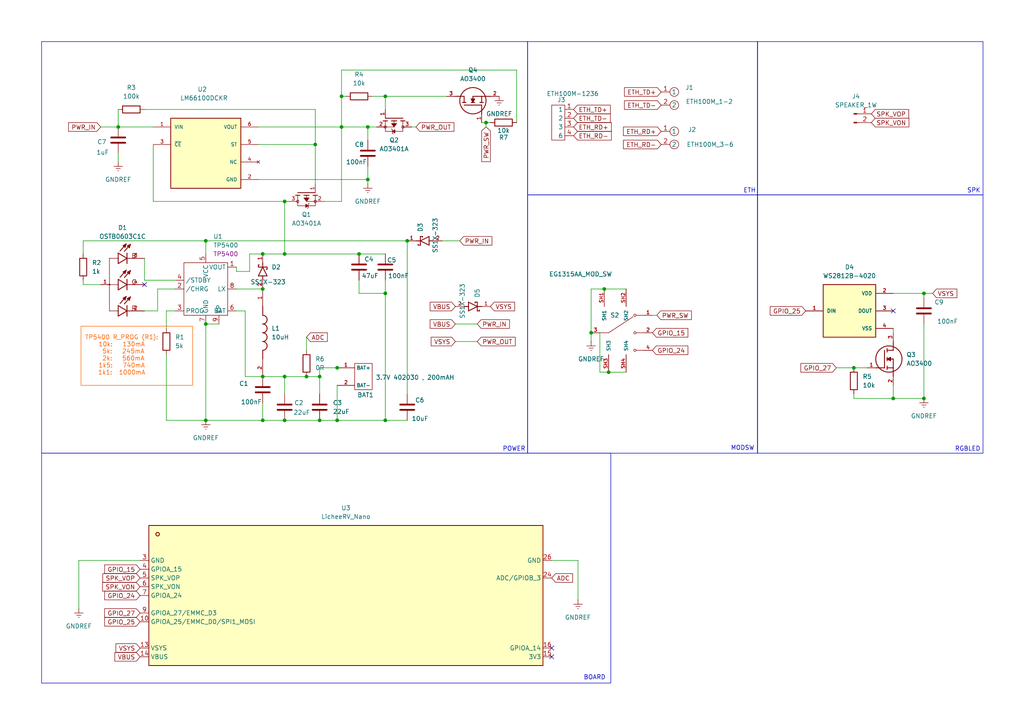
<source format=kicad_sch>
(kicad_sch (version 20250114) (generator "eeschema") (generator_version "9.0")
  (paper "A4")
  (title_block (title "Lichee-Jack EXT. Board") (date "2025-11-07") (rev "1.2") (company "KaliAssistant"))
  (lib_symbols
    (symbol "AO3400:AO3400" (pin_names (offset 1.016))
      (property "Reference" "Q" (at 11.43 3.81 0))
      (property "Value" "AO3400" (at 11.43 1.27 0))
      (symbol "AO3400_0_0"
        (polyline (pts (xy 2.54 0) (xy 5.08 0)) (stroke (width 0.254)))
        (polyline (pts (xy 5.08 5.08) (xy 5.08 0)) (stroke (width 0.254)))
        (polyline (pts (xy 5.842 5.588) (xy 5.842 4.572)) (stroke (width 0.254)))
        (polyline (pts (xy 5.842 2.54) (xy 6.858 3.048) (xy 6.858 2.032) (xy 5.842 2.54)) (stroke (width 0.254)) (fill (type outline)))
        (polyline (pts (xy 5.842 2.032) (xy 5.842 3.048)) (stroke (width 0.254)))
        (polyline (pts (xy 5.842 0) (xy 7.62 0)) (stroke (width 0.254)))
        (polyline (pts (xy 5.842 -0.508) (xy 5.842 0.508)) (stroke (width 0.254)))
        (circle (center 6.35 2.54) (radius 3.81) (stroke (width 0.254)))
        (polyline (pts (xy 7.62 5.08) (xy 5.842 5.08)) (stroke (width 0.254)))
        (polyline (pts (xy 7.62 5.08) (xy 7.62 7.62)) (stroke (width 0.254)))
        (polyline (pts (xy 7.62 2.54) (xy 5.842 2.54)) (stroke (width 0.254)))
        (polyline (pts (xy 7.62 2.54) (xy 7.62 -2.54)) (stroke (width 0.254)))
        (pin bidirectional line (at 0 0 0) (length 2.54) (name "~") (number "1"))
        (pin bidirectional line (at 7.62 10.16 270) (length 2.54) (name "~") (number "3"))
        (pin bidirectional line (at 7.62 -5.08 90) (length 2.54) (name "~") (number "2"))
      )
    )
    (symbol "AO3401A:AO3401A" (pin_names (offset 1.016))
      (property "Reference" "Q" (at -13.97 -1.27 0))
      (property "Value" "AO3401A" (at -13.97 -3.81 0))
      (symbol "AO3401A_0_0"
        (polyline (pts (xy -2.54 -2.54) (xy -2.54 2.54)) (stroke (width 0.254)))
        (polyline (pts (xy -1.778 2.54) (xy -1.778 3.175)) (stroke (width 0.254)))
        (polyline (pts (xy -1.778 1.905) (xy -1.778 2.54)) (stroke (width 0.254)))
        (polyline (pts (xy -1.778 0) (xy -1.778 0.762)) (stroke (width 0.254)))
        (polyline (pts (xy -1.778 0) (xy 0 0)) (stroke (width 0.1524)))
        (polyline (pts (xy -1.778 -0.762) (xy -1.778 0)) (stroke (width 0.254)))
        (polyline (pts (xy -1.778 -2.54) (xy -1.778 -1.905)) (stroke (width 0.254)))
        (polyline (pts (xy -1.778 -2.54) (xy 1.27 -2.54)) (stroke (width 0.1524)))
        (polyline (pts (xy -1.778 -3.175) (xy -1.778 -2.54)) (stroke (width 0.254)))
        (circle (center 0 2.54) (radius 0.3592))
        (polyline (pts (xy 0 2.54) (xy -1.778 2.54)) (stroke (width 0.1524)))
        (polyline (pts (xy 0 2.54) (xy 1.27 2.54)) (stroke (width 0.1524)))
        (polyline (pts (xy 0 0) (xy 0 2.54)) (stroke (width 0.1524)))
        (polyline (pts (xy 0 0) (xy -1.016 0.762) (xy -1.016 -0.762) (xy 0 0)) (stroke (width 0.1524)) (fill (type outline)))
        (circle (center 0 -2.54) (radius 0.3592))
        (polyline (pts (xy 0.508 0.762) (xy 0.762 0.508)) (stroke (width 0.1524)))
        (polyline (pts (xy 0.762 0.508) (xy 1.27 0.508)) (stroke (width 0.1524)))
        (polyline (pts (xy 1.27 0.508) (xy 1.27 2.54)) (stroke (width 0.1524)))
        (polyline (pts (xy 1.27 0.508) (xy 1.778 0.508)) (stroke (width 0.1524)))
        (polyline (pts (xy 1.27 0.508) (xy 1.778 -0.254) (xy 0.762 -0.254) (xy 1.27 0.508)) (stroke (width 0.1524)) (fill (type outline)))
        (polyline (pts (xy 1.27 -2.54) (xy 1.27 0.508)) (stroke (width 0.1524)))
        (polyline (pts (xy 1.778 0.508) (xy 2.032 0.254)) (stroke (width 0.1524)))
        (pin passive line (at -5.08 2.54 0) (length 2.54) (name "~") (number "1"))
        (pin passive line (at 0 5.08 270) (length 2.54) (name "~") (number "2"))
        (pin passive line (at 0 -5.08 90) (length 2.54) (name "~") (number "3"))
      )
    )
    (symbol "ASPI-4030S-XXXM-T:ASPI-4030S-4R7M-T" (pin_names (offset 1.016))
      (property "Reference" "L" (at -10.16 5.08 0))
      (property "Value" "ASPI-4030S-4R7M-T" (at -10.16 -5.08 0))
      (symbol "ASPI-4030S-4R7M-T_0_0"
        (polyline (pts (xy -5.08 0) (xy -7.62 0)) (stroke (width 0.254)))
        (arc (start -5.08 0) (mid -3.81 1.2645) (end -2.54 0) (stroke (width 0.254)))
        (arc (start -2.54 0) (mid -1.27 1.2645) (end 0 0) (stroke (width 0.254)))
        (arc (start 0 0) (mid 1.27 1.2645) (end 2.54 0) (stroke (width 0.254)))
        (arc (start 2.54 0) (mid 3.81 1.2645) (end 5.08 0) (stroke (width 0.254)))
        (polyline (pts (xy 5.08 0) (xy 7.62 0)) (stroke (width 0.254)))
        (pin passive line (at -12.7 0 0) (length 5.08) (name "~") (number "1"))
        (pin passive line (at 12.7 0 180) (length 5.08) (name "~") (number "2"))
      )
    )
    (symbol "BAT_CONN:BAT_CONN"
      (property "Reference" "BAT" (at -0.254 7.366 0))
      (symbol "BAT_CONN_0_1"
        (rectangle (start -2.54 3.81) (end 2.54 -3.81))
      )
      (symbol "BAT_CONN_1_0"
        (pin power_in line (at -7.62 2.54 0) (length 5.08) (name "BAT+") (number "1"))
        (pin power_in line (at -7.62 -2.54 0) (length 5.08) (name "BAT-") (number "2"))
      )
    )
    (symbol "Connector:Conn_01x02_Pin" (pin_names (offset 1.016) (hide yes))
      (property "Reference" "J" (at 0 2.54 0))
      (property "Value" "Conn_01x02_Pin" (at 0 -5.08 0))
      (symbol "Conn_01x02_Pin_1_1"
        (rectangle (start 0.8636 0.127) (end 0 -0.127) (stroke (width 0.1524)) (fill (type outline)))
        (rectangle (start 0.8636 -2.413) (end 0 -2.667) (stroke (width 0.1524)) (fill (type outline)))
        (polyline (pts (xy 1.27 0) (xy 0.8636 0)) (stroke (width 0.1524)))
        (polyline (pts (xy 1.27 -2.54) (xy 0.8636 -2.54)) (stroke (width 0.1524)))
        (pin passive line (at 5.08 0 180) (length 3.81) (name "Pin_1") (number "1"))
        (pin passive line (at 5.08 -2.54 180) (length 3.81) (name "Pin_2") (number "2"))
      )
    )
    (symbol "Device:C" (pin_numbers (hide yes)) (pin_names (offset 0.254))
      (property "Reference" "C" (at 0.635 2.54 0))
      (property "Value" "C" (at 0.635 -2.54 0))
      (symbol "C_0_1"
        (polyline (pts (xy -2.032 0.762) (xy 2.032 0.762)) (stroke (width 0.508)))
        (polyline (pts (xy -2.032 -0.762) (xy 2.032 -0.762)) (stroke (width 0.508)))
      )
      (symbol "C_1_1"
        (pin passive line (at 0 3.81 270) (length 2.794) (name "~") (number "1"))
        (pin passive line (at 0 -3.81 90) (length 2.794) (name "~") (number "2"))
      )
    )
    (symbol "Device:R" (pin_numbers (hide yes)) (pin_names (offset 0))
      (property "Reference" "R" (at 2.032 0 90))
      (property "Value" "R" (at 0 0 90))
      (symbol "R_0_1"
        (rectangle (start -1.016 -2.54) (end 1.016 2.54) (stroke (width 0.254)))
      )
      (symbol "R_1_1"
        (pin passive line (at 0 3.81 270) (length 1.27) (name "~") (number "1"))
        (pin passive line (at 0 -3.81 90) (length 1.27) (name "~") (number "2"))
      )
    )
    (symbol "EG1315AA:EG1315AA" (pin_names (offset 1.016))
      (property "Reference" "S" (at -14.986 10.414 0))
      (property "Value" "EG1315AA" (at -19.812 8.89 0))
      (symbol "EG1315AA_0_0"
        (polyline (pts (xy -5.08 0) (xy -7.62 0)) (stroke (width 0.1524)))
        (polyline (pts (xy -5.08 0) (xy 2.032 4.6736)) (stroke (width 0.1524)))
        (circle (center 2.54 5.08) (radius 0.3302) (stroke (width 0.1524)))
        (circle (center 2.54 0) (radius 0.3302) (stroke (width 0.1524)))
        (circle (center 2.54 -5.08) (radius 0.3302) (stroke (width 0.1524)))
        (polyline (pts (xy 5.08 5.08) (xy 2.921 5.08)) (stroke (width 0.1524)))
        (polyline (pts (xy 5.08 0) (xy 2.921 0)) (stroke (width 0.1524)))
        (polyline (pts (xy 5.08 -5.08) (xy 2.921 -5.08)) (stroke (width 0.1524)))
        (pin passive line (at -10.16 0 0) (length 2.54) (name "~") (number "3"))
        (pin passive line (at 7.62 5.08 180) (length 2.54) (name "~") (number "1"))
        (pin passive line (at 7.62 0 180) (length 2.54) (name "~") (number "2"))
        (pin passive line (at 7.62 -5.08 180) (length 2.54) (name "~") (number "4"))
      )
      (symbol "EG1315AA_1_0"
        (pin passive line (at -6.35 12.7 270) (length 5.08) (name "SH1") (number "SH1"))
        (pin passive line (at -5.08 -11.43 90) (length 5.08) (name "SH3") (number "SH3"))
        (pin passive line (at 0 12.7 270) (length 5.08) (name "SH2") (number "SH2"))
        (pin passive line (at 0 -11.43 90) (length 5.08) (name "SH4") (number "SH4"))
      )
    )
    (symbol "ETHPAD:ETHCON"
      (property "Reference" "J" (at 0 0 0))
      (symbol "ETHCON_0_1"
        (rectangle (start -1.27 -1.27) (end 2.54 -11.43))
      )
      (symbol "ETHCON_1_1"
        (pin passive line (at 5.08 -2.54 180) (length 2.54) (name "1") (number "1"))
        (pin passive line (at 5.08 -5.08 180) (length 2.54) (name "2") (number "2"))
        (pin passive line (at 5.08 -7.62 180) (length 2.54) (name "3") (number "3"))
        (pin passive line (at 5.08 -10.16 180) (length 2.54) (name "6") (number "4"))
      )
    )
    (symbol "ETHPAD:ETHPAD"
      (property "Reference" "J" (at 0 0 0))
      (symbol "ETHPAD_0_1"
        (circle (center -1.27 -2.54) (radius 1.27))
        (circle (center -1.27 -6.35) (radius 1.27))
      )
      (symbol "ETHPAD_1_1"
        (pin passive line (at 2.54 -2.54 180) (length 2.54) (name "1") (number "1"))
        (pin passive line (at 2.54 -6.35 180) (length 2.54) (name "2") (number "2"))
      )
    )
    (symbol "LED_RGB_0603:OSTB0603C1C" (pin_names (offset 1.016))
      (property "Reference" "D" (at -3.0988 12.1158 0))
      (property "Value" "OSTB0603C1C" (at -3.556 -10.922 0))
      (symbol "OSTB0603C1C_0_0"
        (polyline (pts (xy -5.08 7.62) (xy -5.08 -7.62)) (stroke (width 0.1524)))
        (circle (center -5.08 0) (radius 0.127) (stroke (width 0.254)))
        (polyline (pts (xy -2.54 9.144) (xy -2.54 7.62)) (stroke (width 0.254)))
        (polyline (pts (xy -2.54 7.62) (xy -5.08 7.62)) (stroke (width 0.1524)))
        (polyline (pts (xy -2.54 7.62) (xy -2.54 6.096)) (stroke (width 0.254)))
        (polyline (pts (xy -2.54 6.096) (xy 0 7.62)) (stroke (width 0.254)))
        (polyline (pts (xy -2.54 1.524) (xy -2.54 0)) (stroke (width 0.254)))
        (polyline (pts (xy -2.54 0) (xy -5.08 0)) (stroke (width 0.1524)))
        (polyline (pts (xy -2.54 0) (xy -2.54 -1.524)) (stroke (width 0.254)))
        (polyline (pts (xy -2.54 -1.524) (xy 0 0)) (stroke (width 0.254)))
        (polyline (pts (xy -2.54 -6.096) (xy -2.54 -7.62)) (stroke (width 0.254)))
        (polyline (pts (xy -2.54 -7.62) (xy -5.08 -7.62)) (stroke (width 0.1524)))
        (polyline (pts (xy -2.54 -7.62) (xy -2.54 -9.144)) (stroke (width 0.254)))
        (polyline (pts (xy -2.54 -9.144) (xy 0 -7.62)) (stroke (width 0.254)))
        (polyline (pts (xy -1.1176 11.303) (xy -0.2286 11.7856)) (stroke (width 0.254)))
        (polyline (pts (xy -1.1176 3.683) (xy -0.2286 4.1656)) (stroke (width 0.254)))
        (polyline (pts (xy -1.1176 -3.937) (xy -0.2286 -3.4544)) (stroke (width 0.254)))
        (polyline (pts (xy -0.9398 11.2268) (xy -0.7112 11.3792)) (stroke (width 0.254)))
        (polyline (pts (xy -0.9398 3.6068) (xy -0.7112 3.7592)) (stroke (width 0.254)))
        (polyline (pts (xy -0.9398 -4.0132) (xy -0.7112 -3.8608)) (stroke (width 0.254)))
        (polyline (pts (xy -0.5588 10.8204) (xy -1.1176 11.303)) (stroke (width 0.254)))
        (polyline (pts (xy -0.5588 10.8204) (xy -0.5334 11.557)) (stroke (width 0.254)))
        (polyline (pts (xy -0.5588 3.2004) (xy -1.1176 3.683)) (stroke (width 0.254)))
        (polyline (pts (xy -0.5588 3.2004) (xy -0.5334 3.937)) (stroke (width 0.254)))
        (polyline (pts (xy -0.5588 -4.4196) (xy -1.1176 -3.937)) (stroke (width 0.254)))
        (polyline (pts (xy -0.5588 -4.4196) (xy -0.5334 -3.683)) (stroke (width 0.254)))
        (polyline (pts (xy -0.5334 11.557) (xy -0.6604 11.557)) (stroke (width 0.254)))
        (polyline (pts (xy -0.5334 3.937) (xy -0.6604 3.937)) (stroke (width 0.254)))
        (polyline (pts (xy -0.5334 -3.683) (xy -0.6604 -3.683)) (stroke (width 0.254)))
        (polyline (pts (xy -0.2286 11.7856) (xy -2.0066 9.7536)) (stroke (width 0.254)))
        (polyline (pts (xy -0.2286 11.7856) (xy -0.5588 10.8204)) (stroke (width 0.254)))
        (polyline (pts (xy -0.2286 4.1656) (xy -2.0066 2.1336)) (stroke (width 0.254)))
        (polyline (pts (xy -0.2286 4.1656) (xy -0.5588 3.2004)) (stroke (width 0.254)))
        (polyline (pts (xy -0.2286 -3.4544) (xy -2.0066 -5.4864)) (stroke (width 0.254)))
        (polyline (pts (xy -0.2286 -3.4544) (xy -0.5588 -4.4196)) (stroke (width 0.254)))
        (polyline (pts (xy 0 9.144) (xy 0 6.096)) (stroke (width 0.254)))
        (polyline (pts (xy 0 7.62) (xy -2.54 9.144)) (stroke (width 0.254)))
        (polyline (pts (xy 0 1.524) (xy 0 -1.524)) (stroke (width 0.254)))
        (polyline (pts (xy 0 0) (xy -2.54 1.524)) (stroke (width 0.254)))
        (polyline (pts (xy 0 -6.096) (xy 0 -9.144)) (stroke (width 0.254)))
        (polyline (pts (xy 0 -7.62) (xy -2.54 -6.096)) (stroke (width 0.254)))
        (polyline (pts (xy 0.127 11.2014) (xy 1.016 11.684)) (stroke (width 0.254)))
        (polyline (pts (xy 0.127 3.5814) (xy 1.016 4.064)) (stroke (width 0.254)))
        (polyline (pts (xy 0.127 -4.0386) (xy 1.016 -3.556)) (stroke (width 0.254)))
        (polyline (pts (xy 0.3048 11.1252) (xy 0.5334 11.2776)) (stroke (width 0.254)))
        (polyline (pts (xy 0.3048 3.5052) (xy 0.5334 3.6576)) (stroke (width 0.254)))
        (polyline (pts (xy 0.3048 -4.1148) (xy 0.5334 -3.9624)) (stroke (width 0.254)))
        (polyline (pts (xy 0.6858 10.7188) (xy 0.127 11.2014)) (stroke (width 0.254)))
        (polyline (pts (xy 0.6858 10.7188) (xy 0.7112 11.4554)) (stroke (width 0.254)))
        (polyline (pts (xy 0.6858 3.0988) (xy 0.127 3.5814)) (stroke (width 0.254)))
        (polyline (pts (xy 0.6858 3.0988) (xy 0.7112 3.8354)) (stroke (width 0.254)))
        (polyline (pts (xy 0.6858 -4.5212) (xy 0.127 -4.0386)) (stroke (width 0.254)))
        (polyline (pts (xy 0.6858 -4.5212) (xy 0.7112 -3.7846)) (stroke (width 0.254)))
        (polyline (pts (xy 0.7112 11.4554) (xy 0.5842 11.4554)) (stroke (width 0.254)))
        (polyline (pts (xy 0.7112 3.8354) (xy 0.5842 3.8354)) (stroke (width 0.254)))
        (polyline (pts (xy 0.7112 -3.7846) (xy 0.5842 -3.7846)) (stroke (width 0.254)))
        (polyline (pts (xy 1.016 11.684) (xy -0.762 9.652)) (stroke (width 0.254)))
        (polyline (pts (xy 1.016 11.684) (xy 0.6858 10.7188)) (stroke (width 0.254)))
        (polyline (pts (xy 1.016 4.064) (xy -0.762 2.032)) (stroke (width 0.254)))
        (polyline (pts (xy 1.016 4.064) (xy 0.6858 3.0988)) (stroke (width 0.254)))
        (polyline (pts (xy 1.016 -3.556) (xy -0.762 -5.588)) (stroke (width 0.254)))
        (polyline (pts (xy 1.016 -3.556) (xy 0.6858 -4.5212)) (stroke (width 0.254)))
        (text "B" (at 1.27 7.62 0) (effects (font (size 1.27 1.27)) (justify left bottom)))
        (text "G" (at 1.27 0 0) (effects (font (size 1.27 1.27)) (justify left bottom)))
        (text "R" (at 1.27 -7.62 0) (effects (font (size 1.27 1.27)) (justify left bottom)))
        (pin passive line (at -7.62 0 0) (length 2.54) (name "~") (number "1"))
        (pin passive line (at 5.08 7.62 180) (length 5.08) (name "~") (number "3"))
        (pin passive line (at 5.08 0 180) (length 5.08) (name "~") (number "4"))
        (pin passive line (at 5.08 -7.62 180) (length 5.08) (name "~") (number "2"))
      )
    )
    (symbol "LM66100DCKX:LM66100DCKR" (pin_names (offset 1.016))
      (property "Reference" "U" (at -10.16 10.922 0))
      (property "Value" "LM66100DCKR" (at -10.16 -10.922 0))
      (symbol "LM66100DCKR_0_0"
        (rectangle (start -10.16 -10.16) (end 10.16 10.16) (stroke (width 0.254)) (fill (type background)))
        (pin input line (at -15.24 7.62 0) (length 5.08) (name "VIN") (number "1"))
        (pin input line (at -15.24 2.54 0) (length 5.08) (name "~{CE}") (number "3"))
        (pin output line (at 15.24 7.62 180) (length 5.08) (name "VOUT") (number "6"))
        (pin output line (at 15.24 2.54 180) (length 5.08) (name "ST") (number "5"))
        (pin no_connect line (at 15.24 -2.54 180) (length 5.08) (name "NC") (number "4"))
        (pin power_in line (at 15.24 -7.62 180) (length 5.08) (name "GND") (number "2"))
      )
    )
    (symbol "LicheeRV-NANO_MD:LicheeRV_Nano"
      (property "Reference" "U3" (at 62.23 10.16 0))
      (property "Value" "LicheeRV_Nano" (at 62.23 7.62 0))
      (symbol "LicheeRV_Nano_1_0"
        (rectangle (start 5.08 5.08) (end 119.38 -35.56) (stroke (width 0.254)) (fill (type background)))
        (circle (center 7.62 2.54) (radius 0.508) (stroke (width 0.254)))
        (pin passive line (at 2.54 -5.08 0) (length 2.54) (name "GND") (number "3"))
        (pin passive line (at 2.54 -20.32 0) (length 2.54) (name "GPIOA_27/EMMC_D3") (number "9"))
        (pin passive line (at 2.54 -22.86 0) (length 2.54) (name "GPIOA_25/EMMC_D0/SPI1_MOSI") (number "10"))
        (pin passive line (at 2.54 -30.48 0) (length 2.54) (name "VSYS") (number "13"))
        (pin passive line (at 2.54 -33.02 0) (length 2.54) (name "VBUS") (number "14"))
        (pin passive line (at 121.92 -5.08 180) (length 2.54) (name "GND") (number "26"))
        (pin passive line (at 121.92 -10.16 180) (length 2.54) (name "ADC/GPIOB_3") (number "24"))
        (pin passive line (at 121.92 -30.48 180) (length 2.54) (name "GPIOA_14") (number "16"))
        (pin passive line (at 121.92 -33.02 180) (length 2.54) (name "3V3") (number "15"))
      )
      (symbol "LicheeRV_Nano_1_1"
        (pin passive line (at 2.54 -7.62 0) (length 2.54) (name "GPIOA_15") (number "4"))
        (pin passive line (at 2.54 -10.16 0) (length 2.54) (name "SPK_VOP") (number "5"))
        (pin passive line (at 2.54 -12.7 0) (length 2.54) (name "SPK_VON") (number "6"))
        (pin passive line (at 2.54 -15.24 0) (length 2.54) (name "GPIOA_24") (number "7"))
      )
    )
    (symbol "PMEG4010CEJ_115:PMEG4010CEJ_115" (pin_names (offset 1.016))
      (property "Reference" "D" (at -5.08 2.54 0))
      (property "Value" "PMEG4010CEJ_115" (at -5.08 -3.81 0))
      (symbol "PMEG4010CEJ_115_0_0"
        (polyline (pts (xy -2.54 0) (xy -1.27 0)) (stroke (width 0.254)))
        (polyline (pts (xy -1.27 1.27) (xy -1.27 0)) (stroke (width 0.254)))
        (polyline (pts (xy -1.27 0) (xy -1.27 -1.27)) (stroke (width 0.254)))
        (polyline (pts (xy -1.27 -1.27) (xy 1.27 0)) (stroke (width 0.254)))
        (polyline (pts (xy 0.635 -1.016) (xy 0.635 -1.27)) (stroke (width 0.254)))
        (polyline (pts (xy 1.27 1.27) (xy 1.27 0)) (stroke (width 0.254)))
        (polyline (pts (xy 1.27 0) (xy -1.27 1.27)) (stroke (width 0.254)))
        (polyline (pts (xy 1.27 0) (xy 1.27 -1.27)) (stroke (width 0.254)))
        (polyline (pts (xy 1.27 -1.27) (xy 0.635 -1.27)) (stroke (width 0.254)))
        (polyline (pts (xy 1.905 1.27) (xy 1.27 1.27)) (stroke (width 0.254)))
        (polyline (pts (xy 1.905 1.27) (xy 1.905 1.016)) (stroke (width 0.254)))
        (polyline (pts (xy 2.54 0) (xy 1.27 0)) (stroke (width 0.254)))
        (pin passive line (at -5.08 0 0) (length 2.54) (name "~") (number "2"))
        (pin passive line (at 5.08 0 180) (length 2.54) (name "~") (number "1"))
      )
    )
    (symbol "TP5400_2"
      (property "Reference" "U" (at -6.35 2.54 0))
      (property "Description" "TP5400" (at 6.35 0 0))
      (symbol "TP5400_2_0_1"
        (rectangle (start -5.08 -1.27) (end 7.62 -16.51))
      )
      (symbol "TP5400_2_1_1"
        (pin output line (at -7.62 -6.35 0) (length 2.54) (name "/STDBY") (number "4"))
        (pin output line (at -7.62 -8.89 0) (length 2.54) (name "/CHRG") (number "2"))
        (pin input line (at -7.62 -15.24 0) (length 2.54) (name "PROG") (number "3"))
        (pin power_in line (at 1.27 1.27 270) (length 2.54) (name "VCC") (number "5"))
        (pin power_in line (at 1.27 -19.05 90) (length 2.54) (name "GND") (number "7"))
        (pin power_in line (at 5.08 -19.05 90) (length 2.54) (name "EP") (number "9"))
        (pin output line (at 10.16 -2.54 180) (length 2.54) (name "VOUT") (number "1"))
        (pin input line (at 10.16 -8.89 180) (length 2.54) (name "LX") (number "8"))
        (pin input line (at 10.16 -15.24 180) (length 2.54) (name "BAT") (number "6"))
      )
    )
    (symbol "WS2812B-4020:WS2812B-4020" (pin_names (offset 1.016))
      (property "Reference" "D" (at -7.62 8.128 0))
      (property "Value" "WS2812B-4020" (at -7.62 -10.16 0))
      (symbol "WS2812B-4020_0_0"
        (rectangle (start -7.62 -7.62) (end 7.62 7.62) (stroke (width 0.254)) (fill (type background)))
        (pin input line (at -12.7 0 0) (length 5.08) (name "DIN") (number "1"))
        (pin power_in line (at 12.7 5.08 180) (length 5.08) (name "VDD") (number "2"))
        (pin output line (at 12.7 0 180) (length 5.08) (name "DOUT") (number "3"))
        (pin power_in line (at 12.7 -5.08 180) (length 5.08) (name "VSS") (number "4"))
      )
    )
    (symbol "power:GNDREF" (power) (pin_numbers (hide yes)) (pin_names (offset 0) (hide yes))
      (property "Value" "GNDREF" (at 0 -3.81 0))
      (symbol "GNDREF_0_1"
        (polyline (pts (xy -0.635 -1.905) (xy 0.635 -1.905)))
        (polyline (pts (xy -0.127 -2.54) (xy 0.127 -2.54)))
        (polyline (pts (xy 0 -1.27) (xy 0 0)))
        (polyline (pts (xy 1.27 -1.27) (xy -1.27 -1.27)))
      )
      (symbol "GNDREF_1_1"
        (pin power_in line (at 0 0 270) (length 0) (name "~") (number "1"))
      )
    )
  )
  (rectangle (start 219.71 56.515) (end 285.115 131.445))
  (rectangle (start 12.065 131.445) (end 177.165 198.12))
  (rectangle (start 219.71 12.065) (end 285.115 56.515))
  (rectangle (start 153.035 12.065) (end 219.71 56.515))
  (rectangle (start 23.495 94.615) (end 55.88 111.76) (stroke (width 0) (color 255 96 0 1)))
  (rectangle (start 153.035 56.515) (end 219.71 131.445))
  (rectangle (start 12.065 12.065) (end 153.035 131.445))
  (text "ETH" (at 217.424 55.372 0) (effects (font (size 1.27 1.27))))
  (text "BOARD" (at 172.466 196.596 0) (effects (font (size 1.27 1.27))))
  (text "RGBLED" (at 280.67 130.302 0) (effects (font (size 1.27 1.27))))
  (text "MODSW" (at 215.392 130.048 0) (effects (font (size 1.27 1.27))))
  (text "SPK" (at 282.448 55.372 0) (effects (font (size 1.27 1.27))))
  (text "TP5400 R_PROG (R1):\n10k:   130mA\n 5k:   245mA\n 2k:   560mA\n1k5:   740mA\n1k1:  1000mA" (at 35.306 103.124 0) (effects (font (size 1.27 1.27))))
  (text "POWER" (at 149.098 130.302 0) (effects (font (size 1.27 1.27))))
  (junction (at 92.71 121.92))
  (junction (at 88.9 109.22))
  (junction (at 111.76 27.94))
  (junction (at 99.06 27.94))
  (junction (at 106.68 36.83))
  (junction (at 91.44 41.91))
  (junction (at 97.79 106.68))
  (junction (at 76.2 73.66))
  (junction (at 247.65 106.68))
  (junction (at 104.14 73.66))
  (junction (at 76.2 83.82))
  (junction (at 176.53 107.95))
  (junction (at 118.11 69.85))
  (junction (at 76.2 109.22))
  (junction (at 111.76 121.92))
  (junction (at 59.69 121.92))
  (junction (at 59.69 93.98))
  (junction (at 82.55 58.42))
  (junction (at 82.55 73.66))
  (junction (at 140.97 35.56))
  (junction (at 259.08 115.57))
  (junction (at 82.55 109.22))
  (junction (at 267.97 85.09))
  (junction (at 99.06 36.83))
  (junction (at 76.2 121.92))
  (junction (at 175.26 83.82))
  (junction (at 34.29 36.83))
  (junction (at 171.45 96.52))
  (junction (at 97.79 121.92))
  (junction (at 59.69 69.85))
  (junction (at 82.55 121.92))
  (junction (at 92.71 109.22))
  (junction (at 267.97 115.57))
  (junction (at 111.76 85.09))
  (junction (at 106.68 52.07))
  (no_connect (at 160.02 190.5))
  (no_connect (at 259.08 90.17))
  (no_connect (at 41.91 82.55))
  (no_connect (at 160.02 187.96))
  (wire (pts (xy 48.26 90.17) (xy 48.26 95.25)))
  (wire (pts (xy 97.79 111.76) (xy 97.79 121.92)))
  (wire (pts (xy 72.39 73.66) (xy 76.2 73.66)))
  (wire (pts (xy 45.72 83.82) (xy 50.8 83.82)))
  (wire (pts (xy 111.76 81.28) (xy 111.76 85.09)))
  (wire (pts (xy 171.45 83.82) (xy 171.45 96.52)))
  (wire (pts (xy 99.06 27.94) (xy 100.33 27.94)))
  (wire (pts (xy 34.29 31.75) (xy 34.29 36.83)))
  (wire (pts (xy 259.08 111.76) (xy 259.08 115.57)))
  (wire (pts (xy 71.12 90.17) (xy 71.12 109.22)))
  (wire (pts (xy 68.58 90.17) (xy 71.12 90.17)))
  (wire (pts (xy 267.97 85.09) (xy 267.97 86.36)))
  (wire (pts (xy 190.5 91.44) (xy 189.23 91.44)))
  (wire (pts (xy 247.65 114.3) (xy 247.65 115.57)))
  (wire (pts (xy 59.69 69.85) (xy 118.11 69.85)))
  (wire (pts (xy 91.44 41.91) (xy 91.44 53.34)))
  (wire (pts (xy 138.43 99.06) (xy 132.08 99.06)))
  (wire (pts (xy 41.91 31.75) (xy 91.44 31.75)))
  (wire (pts (xy 175.26 83.82) (xy 181.61 83.82)))
  (wire (pts (xy 140.97 36.83) (xy 140.97 35.56)))
  (wire (pts (xy 41.91 81.28) (xy 41.91 74.93)))
  (wire (pts (xy 76.2 73.66) (xy 82.55 73.66)))
  (wire (pts (xy 111.76 27.94) (xy 111.76 31.75)))
  (wire (pts (xy 59.69 93.98) (xy 63.5 93.98)))
  (wire (pts (xy 140.97 35.56) (xy 142.24 35.56)))
  (wire (pts (xy 139.7 35.56) (xy 140.97 35.56)))
  (wire (pts (xy 24.13 82.55) (xy 24.13 81.28)))
  (wire (pts (xy 106.68 52.07) (xy 106.68 53.34)))
  (wire (pts (xy 92.71 106.68) (xy 92.71 109.22)))
  (wire (pts (xy 259.08 95.25) (xy 259.08 96.52)))
  (wire (pts (xy 92.71 109.22) (xy 92.71 114.3)))
  (wire (pts (xy 34.29 44.45) (xy 34.29 46.99)))
  (wire (pts (xy 92.71 121.92) (xy 97.79 121.92)))
  (wire (pts (xy 22.86 176.53) (xy 22.86 162.56)))
  (wire (pts (xy 74.93 41.91) (xy 91.44 41.91)))
  (wire (pts (xy 41.91 90.17) (xy 45.72 90.17)))
  (wire (pts (xy 76.2 109.22) (xy 82.55 109.22)))
  (wire (pts (xy 99.06 58.42) (xy 93.98 58.42)))
  (wire (pts (xy 104.14 85.09) (xy 111.76 85.09)))
  (wire (pts (xy 97.79 106.68) (xy 99.06 106.68)))
  (wire (pts (xy 76.2 121.92) (xy 82.55 121.92)))
  (wire (pts (xy 92.71 106.68) (xy 97.79 106.68)))
  (wire (pts (xy 106.68 48.26) (xy 106.68 52.07)))
  (wire (pts (xy 59.69 93.98) (xy 59.69 121.92)))
  (wire (pts (xy 99.06 36.83) (xy 99.06 58.42)))
  (wire (pts (xy 99.06 20.32) (xy 149.86 20.32)))
  (wire (pts (xy 176.53 107.95) (xy 181.61 107.95)))
  (wire (pts (xy 111.76 85.09) (xy 111.76 121.92)))
  (wire (pts (xy 97.79 121.92) (xy 111.76 121.92)))
  (wire (pts (xy 111.76 27.94) (xy 107.95 27.94)))
  (wire (pts (xy 41.91 81.28) (xy 50.8 81.28)))
  (wire (pts (xy 44.45 41.91) (xy 44.45 58.42)))
  (wire (pts (xy 267.97 93.98) (xy 267.97 115.57)))
  (wire (pts (xy 44.45 58.42) (xy 82.55 58.42)))
  (wire (pts (xy 176.53 107.95) (xy 173.99 107.95)))
  (wire (pts (xy 76.2 116.84) (xy 76.2 121.92)))
  (wire (pts (xy 59.69 121.92) (xy 76.2 121.92)))
  (wire (pts (xy 68.58 78.74) (xy 72.39 78.74)))
  (wire (pts (xy 104.14 81.28) (xy 104.14 85.09)))
  (wire (pts (xy 118.11 69.85) (xy 118.11 114.3)))
  (wire (pts (xy 48.26 102.87) (xy 48.26 121.92)))
  (wire (pts (xy 24.13 69.85) (xy 59.69 69.85)))
  (wire (pts (xy 48.26 121.92) (xy 59.69 121.92)))
  (wire (pts (xy 82.55 109.22) (xy 88.9 109.22)))
  (wire (pts (xy 68.58 78.74) (xy 68.58 77.47)))
  (wire (pts (xy 71.12 109.22) (xy 76.2 109.22)))
  (wire (pts (xy 120.65 36.83) (xy 119.38 36.83)))
  (wire (pts (xy 259.08 85.09) (xy 267.97 85.09)))
  (wire (pts (xy 259.08 115.57) (xy 267.97 115.57)))
  (wire (pts (xy 99.06 36.83) (xy 106.68 36.83)))
  (wire (pts (xy 74.93 36.83) (xy 99.06 36.83)))
  (wire (pts (xy 149.86 20.32) (xy 149.86 35.56)))
  (wire (pts (xy 88.9 109.22) (xy 92.71 109.22)))
  (wire (pts (xy 99.06 20.32) (xy 99.06 27.94)))
  (wire (pts (xy 106.68 36.83) (xy 106.68 40.64)))
  (wire (pts (xy 267.97 85.09) (xy 270.51 85.09)))
  (wire (pts (xy 45.72 90.17) (xy 45.72 83.82)))
  (wire (pts (xy 22.86 162.56) (xy 40.64 162.56)))
  (wire (pts (xy 167.64 162.56) (xy 167.64 173.99)))
  (wire (pts (xy 59.69 69.85) (xy 59.69 73.66)))
  (wire (pts (xy 173.99 107.95) (xy 173.99 96.52)))
  (wire (pts (xy 160.02 162.56) (xy 167.64 162.56)))
  (wire (pts (xy 82.55 58.42) (xy 82.55 73.66)))
  (wire (pts (xy 29.21 36.83) (xy 34.29 36.83)))
  (wire (pts (xy 242.57 106.68) (xy 247.65 106.68)))
  (wire (pts (xy 104.14 73.66) (xy 111.76 73.66)))
  (wire (pts (xy 68.58 83.82) (xy 76.2 83.82)))
  (wire (pts (xy 29.21 82.55) (xy 24.13 82.55)))
  (wire (pts (xy 106.68 36.83) (xy 109.22 36.83)))
  (wire (pts (xy 82.55 109.22) (xy 82.55 114.3)))
  (wire (pts (xy 74.93 52.07) (xy 106.68 52.07)))
  (wire (pts (xy 91.44 31.75) (xy 91.44 41.91)))
  (wire (pts (xy 175.26 83.82) (xy 171.45 83.82)))
  (wire (pts (xy 82.55 121.92) (xy 92.71 121.92)))
  (wire (pts (xy 82.55 73.66) (xy 104.14 73.66)))
  (wire (pts (xy 171.45 96.52) (xy 171.45 99.06)))
  (wire (pts (xy 82.55 58.42) (xy 83.82 58.42)))
  (wire (pts (xy 247.65 115.57) (xy 259.08 115.57)))
  (wire (pts (xy 34.29 36.83) (xy 44.45 36.83)))
  (wire (pts (xy 247.65 106.68) (xy 251.46 106.68)))
  (wire (pts (xy 99.06 27.94) (xy 99.06 36.83)))
  (wire (pts (xy 48.26 90.17) (xy 50.8 90.17)))
  (wire (pts (xy 173.99 96.52) (xy 171.45 96.52)))
  (wire (pts (xy 88.9 97.79) (xy 88.9 101.6)))
  (wire (pts (xy 128.27 69.85) (xy 133.35 69.85)))
  (wire (pts (xy 138.43 93.98) (xy 132.08 93.98)))
  (wire (pts (xy 24.13 73.66) (xy 24.13 69.85)))
  (wire (pts (xy 111.76 121.92) (xy 118.11 121.92)))
  (wire (pts (xy 111.76 27.94) (xy 129.54 27.94)))
  (wire (pts (xy 72.39 78.74) (xy 72.39 73.66)))
  (global_label "SPK_VOP" (shape input) (at 40.64 167.64 180) (property "Intersheetrefs" "${INTERSHEET_REFS}" (effects (hide yes))))
  (global_label "PWR_IN" (shape input) (at 29.21 36.83 180) (property "Intersheetrefs" "${INTERSHEET_REFS}" (effects (hide yes))))
  (global_label "SPK_VON" (shape input) (at 40.64 170.18 180) (property "Intersheetrefs" "${INTERSHEET_REFS}" (effects (hide yes))))
  (global_label "ETH_TD-" (shape input) (at 191.77 30.48 180) (property "Intersheetrefs" "${INTERSHEET_REFS}" (effects (hide yes))))
  (global_label "ETH_RD-" (shape input) (at 166.37 39.37 0) (property "Intersheetrefs" "${INTERSHEET_REFS}" (effects (hide yes))))
  (global_label "ETH_RD+" (shape input) (at 166.37 36.83 0) (property "Intersheetrefs" "${INTERSHEET_REFS}" (effects (hide yes))))
  (global_label "SPK_VON" (shape input) (at 252.73 35.56 0) (property "Intersheetrefs" "${INTERSHEET_REFS}" (effects (hide yes))))
  (global_label "GPIO_25" (shape input) (at 40.64 180.34 180) (property "Intersheetrefs" "${INTERSHEET_REFS}" (effects (hide yes))))
  (global_label "ETH_RD+" (shape input) (at 191.77 38.1 180) (property "Intersheetrefs" "${INTERSHEET_REFS}" (effects (hide yes))))
  (global_label "GPIO_27" (shape input) (at 242.57 106.68 180) (property "Intersheetrefs" "${INTERSHEET_REFS}" (effects (hide yes))))
  (global_label "PWR_IN" (shape input) (at 133.35 69.85 0) (property "Intersheetrefs" "${INTERSHEET_REFS}" (effects (hide yes))))
  (global_label "ADC" (shape input) (at 88.9 97.79 0) (property "Intersheetrefs" "${INTERSHEET_REFS}" (effects (hide yes))))
  (global_label "VBUS" (shape input) (at 40.64 190.5 180) (property "Intersheetrefs" "${INTERSHEET_REFS}" (effects (hide yes))))
  (global_label "ETH_TD-" (shape input) (at 166.37 34.29 0) (property "Intersheetrefs" "${INTERSHEET_REFS}" (effects (hide yes))))
  (global_label "GPIO_24" (shape input) (at 40.64 172.72 180) (property "Intersheetrefs" "${INTERSHEET_REFS}" (effects (hide yes))))
  (global_label "GPIO_27" (shape input) (at 40.64 177.8 180) (property "Intersheetrefs" "${INTERSHEET_REFS}" (effects (hide yes))))
  (global_label "GPIO_25" (shape input) (at 233.68 90.17 180) (property "Intersheetrefs" "${INTERSHEET_REFS}" (effects (hide yes))))
  (global_label "GPIO_15" (shape input) (at 189.23 96.52 0) (property "Intersheetrefs" "${INTERSHEET_REFS}" (effects (hide yes))))
  (global_label "PWR_SW" (shape input) (at 190.5 91.44 0) (property "Intersheetrefs" "${INTERSHEET_REFS}" (effects (hide yes))))
  (global_label "PWR_OUT" (shape input) (at 138.43 99.06 0) (property "Intersheetrefs" "${INTERSHEET_REFS}" (effects (hide yes))))
  (global_label "ETH_TD+" (shape input) (at 191.77 26.67 180) (property "Intersheetrefs" "${INTERSHEET_REFS}" (effects (hide yes))))
  (global_label "PWR_OUT" (shape input) (at 120.65 36.83 0) (property "Intersheetrefs" "${INTERSHEET_REFS}" (effects (hide yes))))
  (global_label "PWR_SW" (shape input) (at 140.97 36.83 270) (property "Intersheetrefs" "${INTERSHEET_REFS}" (effects (hide yes))))
  (global_label "GPIO_24" (shape input) (at 189.23 101.6 0) (property "Intersheetrefs" "${INTERSHEET_REFS}" (effects (hide yes))))
  (global_label "SPK_VOP" (shape input) (at 252.73 33.02 0) (property "Intersheetrefs" "${INTERSHEET_REFS}" (effects (hide yes))))
  (global_label "VSYS" (shape input) (at 132.08 99.06 180) (property "Intersheetrefs" "${INTERSHEET_REFS}" (effects (hide yes))))
  (global_label "VSYS" (shape input) (at 142.24 88.9 0) (property "Intersheetrefs" "${INTERSHEET_REFS}" (effects (hide yes))))
  (global_label "GPIO_15" (shape input) (at 40.64 165.1 180) (property "Intersheetrefs" "${INTERSHEET_REFS}" (effects (hide yes))))
  (global_label "ETH_RD-" (shape input) (at 191.77 41.91 180) (property "Intersheetrefs" "${INTERSHEET_REFS}" (effects (hide yes))))
  (global_label "VBUS" (shape input) (at 132.08 93.98 180) (property "Intersheetrefs" "${INTERSHEET_REFS}" (effects (hide yes))))
  (global_label "PWR_IN" (shape input) (at 138.43 93.98 0) (property "Intersheetrefs" "${INTERSHEET_REFS}" (effects (hide yes))))
  (global_label "VSYS" (shape input) (at 40.64 187.96 180) (property "Intersheetrefs" "${INTERSHEET_REFS}" (effects (hide yes))))
  (global_label "ADC" (shape input) (at 160.02 167.64 0) (property "Intersheetrefs" "${INTERSHEET_REFS}" (effects (hide yes))))
  (global_label "ETH_TD+" (shape input) (at 166.37 31.75 0) (property "Intersheetrefs" "${INTERSHEET_REFS}" (effects (hide yes))))
  (global_label "VBUS" (shape input) (at 132.08 88.9 180) (property "Intersheetrefs" "${INTERSHEET_REFS}" (effects (hide yes))))
  (global_label "VSYS" (shape input) (at 270.51 85.09 0) (property "Intersheetrefs" "${INTERSHEET_REFS}" (effects (hide yes))))
  (symbol (lib_id "AO3400:AO3400") (at 139.7 35.56 90) (unit 1)
    (property "Reference" "Q4" (at 137.16 20.32 90))
    (property "Value" "AO3400" (at 137.16 22.86 90))
    (property "Footprint" "AO3400:SOT95P280X125-3N" (effects (hide yes)))
    (property "MANUFACTURER_NAME" "Alpha & Omega Semiconductors" (effects (hide yes)))
    (property "MF" "Alpha &" (effects (hide yes)))
    (property "DESCRIPTION" "30V N-Channel MOSFET" (effects (hide yes)))
    (property "Price" "None" (effects (hide yes)))
    (property "Package" "SOT-23-3 Alpha &amp; Omega Semiconductor" (effects (hide yes)))
    (property "Check_prices" "https://www.snapeda.com/parts/AO3400/Alpha/view-part/?ref=eda" (effects (hide yes)))
    (property "HEIGHT" "1.25mm" (effects (hide yes)))
    (property "MP" "AO3400" (effects (hide yes)))
    (property "SnapEDA_Link" "https://www.snapeda.com/parts/AO3400/Alpha/view-part/?ref=snap" (effects (hide yes)))
    (property "ARROW_PRICE-STOCK" "https://www.arrow.com/en/products/ao3400/alpha-and-omega-semiconductor" (effects (hide yes)))
    (property "ARROW_PART_NUMBER" "AO3400" (effects (hide yes)))
    (property "Description_1" "N-Channel 30 V 5.8A (Ta) 1.4W (Ta) Surface Mount SOT-23-3" (effects (hide yes)))
    (property "Availability" "In Stock" (effects (hide yes)))
    (property "MANUFACTURER_PART_NUMBER" "AO3400" (effects (hide yes)))
  )
  (symbol (lib_id "Device:R") (at 104.14 27.94 90) (unit 1)
    (property "Reference" "R4" (at 104.14 21.59 90))
    (property "Value" "10k" (at 104.14 24.13 90))
    (property "Footprint" "Resistor_SMD:R_0402_1005Metric" (effects (hide yes)))
    (property "Description" "Resistor" (effects (hide yes)))
  )
  (symbol (lib_id "Device:C") (at 104.14 77.47 0) (unit 1)
    (property "Reference" "C4" (at 105.664 75.184 0) (effects (justify left)))
    (property "Value" "47uF" (at 104.902 80.01 0) (effects (justify left)))
    (property "Footprint" "Capacitor_SMD:C_0805_2012Metric" (effects (hide yes)))
    (property "Description" "Unpolarized capacitor" (effects (hide yes)))
  )
  (symbol (lib_id "ETHPAD:ETHPAD") (at 194.31 35.56 0) (mirror y) (unit 1)
    (property "Reference" "J2" (at 201.93 37.592 0) (effects (justify left)))
    (property "Value" "ETH100M_3-6" (at 212.852 41.91 0) (effects (justify left)))
    (property "Footprint" "ETHPAD:ETHPAD" (effects (hide yes)))
  )
  (symbol (lib_id "Device:R") (at 38.1 31.75 90) (unit 1)
    (property "Reference" "R3" (at 38.1 25.4 90))
    (property "Value" "100k" (at 38.1 27.94 90))
    (property "Footprint" "Resistor_SMD:R_0402_1005Metric" (effects (hide yes)))
    (property "Description" "Resistor" (effects (hide yes)))
  )
  (symbol (lib_id "power:GNDREF") (at 106.68 53.34 0) (unit 1)
    (property "Reference" "#PWR02" (effects (hide yes)))
    (property "Value" "GNDREF" (at 106.68 58.42 0))
    (property "Description" "Power symbol creates a global label with name \"GNDREF\" , reference supply ground" (effects (hide yes)))
  )
  (symbol (lib_id "LED_RGB_0603:OSTB0603C1C") (at 36.83 82.55 0) (unit 1)
    (property "Reference" "D1" (at 35.5442 66.04 0))
    (property "Value" "OSTB0603C1C" (at 35.5442 68.58 0))
    (property "Footprint" "LED-RGB-0603:LED_OSTB0603C1C" (effects (hide yes)))
    (property "MF" "OptoSupply" (effects (hide yes)))
    (property "MAXIMUM_PACKAGE_HEIGHT" "0.6 mm" (effects (hide yes)))
    (property "Package" "0603 OptoSupply" (effects (hide yes)))
    (property "Price" "None" (effects (hide yes)))
    (property "Check_prices" "https://www.snapeda.com/parts/OSTB0603C1C/OptoSupply/view-part/?ref=eda" (effects (hide yes)))
    (property "STANDARD" "Manufacturer Recommendations" (effects (hide yes)))
    (property "PARTREV" "A.3" (effects (hide yes)))
    (property "SnapEDA_Link" "https://www.snapeda.com/parts/OSTB0603C1C/OptoSupply/view-part/?ref=snap" (effects (hide yes)))
    (property "MP" "OSTB0603C1C" (effects (hide yes)))
    (property "Description_1" "LED; SMD; 0603; RGB; 1.6x1.5mm; 120°; Variant: tricolou" (effects (hide yes)))
    (property "Availability" "Not in stock" (effects (hide yes)))
    (property "MANUFACTURER" "OptoSupply" (effects (hide yes)))
  )
  (symbol (lib_id "power:GNDREF") (at 167.64 173.99 0) (unit 1)
    (property "Reference" "#PWR09" (effects (hide yes)))
    (property "Value" "GNDREF" (at 167.64 179.07 0))
    (property "Description" "Power symbol creates a global label with name \"GNDREF\" , reference supply ground" (effects (hide yes)))
  )
  (symbol (lib_id "PMEG4010CEJ_115:PMEG4010CEJ_115") (at 137.16 88.9 0) (mirror x) (unit 1)
    (property "Reference" "D5" (at 138.4301 86.36 90) (effects (justify right)))
    (property "Value" "SS1X-323" (at 134.112 92.456 90) (effects (justify right)))
    (property "Footprint" "PMEG4010CEJ_115:DIO_PMEG4010CEJ_115" (effects (hide yes)))
    (property "MF" "NXP Semiconductors" (effects (hide yes)))
    (property "MAXIMUM_PACKAGE_HEIGHT" "0.8 mm" (effects (hide yes)))
    (property "Package" "SOD-323 NXP Semiconductors" (effects (hide yes)))
    (property "Price" "None" (effects (hide yes)))
    (property "Check_prices" "https://www.snapeda.com/parts/PMEG4010CEJ,115/NXP+Semiconductors/view-part/?ref=eda" (effects (hide yes)))
    (property "STANDARD" "Manufacturer Recommendations" (effects (hide yes)))
    (property "PARTREV" "02" (effects (hide yes)))
    (property "SnapEDA_Link" "https://www.snapeda.com/parts/PMEG4010CEJ,115/NXP+Semiconductors/view-part/?ref=snap" (effects (hide yes)))
    (property "MP" "PMEG4010CEJ,115" (effects (hide yes)))
    (property "Description_1" "Diode Schottky 40V 1A (DC) Surface Mount SOD-323F" (effects (hide yes)))
    (property "SNAPEDA_PN" "PMEG4010CEJ,115" (effects (hide yes)))
    (property "Availability" "In Stock" (effects (hide yes)))
    (property "MANUFACTURER" "NXP" (effects (hide yes)))
  )
  (symbol (lib_id "power:GNDREF") (at 59.69 121.92 0) (unit 1)
    (property "Reference" "#PWR01" (effects (hide yes)))
    (property "Value" "GNDREF" (at 59.69 127 0))
    (property "Description" "Power symbol creates a global label with name \"GNDREF\" , reference supply ground" (effects (hide yes)))
  )
  (symbol (lib_id "Device:C") (at 106.68 44.45 0) (unit 1)
    (property "Reference" "C8" (at 102.87 41.91 0) (effects (justify left)))
    (property "Value" "100nF" (at 100.33 46.99 0) (effects (justify left)))
    (property "Footprint" "Capacitor_SMD:C_0402_1005Metric" (effects (hide yes)))
    (property "Description" "Unpolarized capacitor" (effects (hide yes)))
  )
  (symbol (lib_id "Device:C") (at 111.76 77.47 0) (unit 1)
    (property "Reference" "C5" (at 112.268 75.438 0) (effects (justify left)))
    (property "Value" "100nF" (at 112.522 80.01 0) (effects (justify left)))
    (property "Footprint" "Capacitor_SMD:C_0402_1005Metric" (effects (hide yes)))
    (property "Description" "Unpolarized capacitor" (effects (hide yes)))
  )
  (symbol (lib_id "WS2812B-4020:WS2812B-4020") (at 246.38 90.17 0) (unit 1)
    (property "Reference" "D4" (at 246.38 77.47 0))
    (property "Value" "WS2812B-4020" (at 246.38 80.01 0))
    (property "Footprint" "WS2812B-SIDE-4020:LED_WS2812B-4020" (effects (hide yes)))
    (property "MF" "Worldsemi" (effects (hide yes)))
    (property "MAXIMUM_PACKAGE_HEIGHT" "2.05 mm" (effects (hide yes)))
    (property "Package" "Package" (effects (hide yes)))
    (property "Price" "None" (effects (hide yes)))
    (property "Check_prices" "https://www.snapeda.com/parts/WS2812B-4020/Worldsemi/view-part/?ref=eda" (effects (hide yes)))
    (property "STANDARD" "Manufacturer Recommendations" (effects (hide yes)))
    (property "PARTREV" "V1.2" (effects (hide yes)))
    (property "SnapEDA_Link" "https://www.snapeda.com/parts/WS2812B-4020/Worldsemi/view-part/?ref=snap" (effects (hide yes)))
    (property "MP" "WS2812B-4020" (effects (hide yes)))
    (property "Description_1" "12mA RGB SMD,2x4mm Light Emitting Diodes" (effects (hide yes)))
    (property "MANUFACTURER" "Worldsemi" (effects (hide yes)))
    (property "Availability" "Not in stock" (effects (hide yes)))
    (property "SNAPEDA_PN" "WS2812B-4020" (effects (hide yes)))
  )
  (symbol (lib_id "AO3400:AO3400") (at 251.46 106.68 0) (unit 1)
    (property "Reference" "Q3" (at 262.89 102.8699 0) (effects (justify left)))
    (property "Value" "AO3400" (at 262.89 105.4099 0) (effects (justify left)))
    (property "Footprint" "AO3400:SOT95P280X125-3N" (effects (hide yes)))
    (property "MANUFACTURER_NAME" "Alpha & Omega Semiconductors" (effects (hide yes)))
    (property "MF" "Alpha &" (effects (hide yes)))
    (property "DESCRIPTION" "30V N-Channel MOSFET" (effects (hide yes)))
    (property "Price" "None" (effects (hide yes)))
    (property "Package" "SOT-23-3 Alpha &amp; Omega Semiconductor" (effects (hide yes)))
    (property "Check_prices" "https://www.snapeda.com/parts/AO3400/Alpha/view-part/?ref=eda" (effects (hide yes)))
    (property "HEIGHT" "1.25mm" (effects (hide yes)))
    (property "MP" "AO3400" (effects (hide yes)))
    (property "SnapEDA_Link" "https://www.snapeda.com/parts/AO3400/Alpha/view-part/?ref=snap" (effects (hide yes)))
    (property "ARROW_PRICE-STOCK" "https://www.arrow.com/en/products/ao3400/alpha-and-omega-semiconductor" (effects (hide yes)))
    (property "ARROW_PART_NUMBER" "AO3400" (effects (hide yes)))
    (property "Description_1" "N-Channel 30 V 5.8A (Ta) 1.4W (Ta) Surface Mount SOT-23-3" (effects (hide yes)))
    (property "Availability" "In Stock" (effects (hide yes)))
    (property "MANUFACTURER_PART_NUMBER" "AO3400" (effects (hide yes)))
  )
  (symbol (lib_id "Device:C") (at 267.97 90.17 0) (unit 1)
    (property "Reference" "C9" (at 271.018 87.63 0) (effects (justify left)))
    (property "Value" "100nF" (at 271.78 93.218 0) (effects (justify left)))
    (property "Footprint" "Capacitor_SMD:C_0402_1005Metric" (effects (hide yes)))
    (property "Description" "Unpolarized capacitor" (effects (hide yes)))
  )
  (symbol (lib_id "Device:R") (at 24.13 77.47 0) (unit 1)
    (property "Reference" "R2" (at 26.67 76.1999 0) (effects (justify left)))
    (property "Value" "1k" (at 26.67 78.7399 0) (effects (justify left)))
    (property "Footprint" "Resistor_SMD:R_0603_1608Metric" (effects (hide yes)))
    (property "Description" "Resistor" (effects (hide yes)))
  )
  (symbol (lib_id "ETHPAD:ETHPAD") (at 194.31 24.13 0) (mirror y) (unit 1)
    (property "Reference" "J1" (at 201.168 25.4 0) (effects (justify left)))
    (property "Value" "ETH100M_1-2" (at 212.598 29.464 0) (effects (justify left)))
    (property "Footprint" "ETHPAD:ETHPAD" (effects (hide yes)))
  )
  (symbol (lib_id "PMEG4010CEJ_115:PMEG4010CEJ_115") (at 76.2 78.74 90) (unit 1)
    (property "Reference" "D2" (at 78.74 77.4699 90) (effects (justify right)))
    (property "Value" "SS1X-323" (at 72.644 81.788 90) (effects (justify right)))
    (property "Footprint" "PMEG4010CEJ_115:DIO_PMEG4010CEJ_115" (effects (hide yes)))
    (property "MF" "NXP Semiconductors" (effects (hide yes)))
    (property "MAXIMUM_PACKAGE_HEIGHT" "0.8 mm" (effects (hide yes)))
    (property "Package" "SOD-323 NXP Semiconductors" (effects (hide yes)))
    (property "Price" "None" (effects (hide yes)))
    (property "Check_prices" "https://www.snapeda.com/parts/PMEG4010CEJ,115/NXP+Semiconductors/view-part/?ref=eda" (effects (hide yes)))
    (property "STANDARD" "Manufacturer Recommendations" (effects (hide yes)))
    (property "PARTREV" "02" (effects (hide yes)))
    (property "SnapEDA_Link" "https://www.snapeda.com/parts/PMEG4010CEJ,115/NXP+Semiconductors/view-part/?ref=snap" (effects (hide yes)))
    (property "MP" "PMEG4010CEJ,115" (effects (hide yes)))
    (property "Description_1" "Diode Schottky 40V 1A (DC) Surface Mount SOD-323F" (effects (hide yes)))
    (property "SNAPEDA_PN" "PMEG4010CEJ,115" (effects (hide yes)))
    (property "Availability" "In Stock" (effects (hide yes)))
    (property "MANUFACTURER" "NXP" (effects (hide yes)))
  )
  (symbol (lib_id "power:GNDREF") (at 144.78 27.94 0) (unit 1)
    (property "Reference" "#PWR07" (effects (hide yes)))
    (property "Value" "GNDREF" (at 144.78 33.02 0))
    (property "Description" "Power symbol creates a global label with name \"GNDREF\" , reference supply ground" (effects (hide yes)))
  )
  (symbol (lib_id "Device:R") (at 88.9 105.41 0) (unit 1)
    (property "Reference" "R6" (at 91.44 104.1399 0) (effects (justify left)))
    (property "Value" "0R" (at 91.44 106.6799 0) (effects (justify left)))
    (property "Footprint" "Resistor_SMD:R_0402_1005Metric" (effects (hide yes)))
    (property "Description" "Resistor" (effects (hide yes)))
  )
  (symbol (lib_id "Device:R") (at 146.05 35.56 90) (unit 1)
    (property "Reference" "R7" (at 146.05 39.878 90))
    (property "Value" "10k" (at 146.05 37.846 90))
    (property "Footprint" "Resistor_SMD:R_0402_1005Metric" (effects (hide yes)))
    (property "Description" "Resistor" (effects (hide yes)))
  )
  (symbol (lib_id "AO3401A:AO3401A") (at 114.3 36.83 90) (mirror x) (unit 1)
    (property "Reference" "Q2" (at 114.3 40.64 90))
    (property "Value" "AO3401A" (at 114.3 43.18 90))
    (property "Footprint" "AO3401A:SOT23-3" (effects (hide yes)))
    (property "MF" "Alpha & Omega Semiconductor" (effects (hide yes)))
    (property "Description_1" "P-Channel 30 V 4A (Ta) 1.4W (Ta) Surface Mount SOT-23-3" (effects (hide yes)))
    (property "Package" "SOT-23 Alpha &amp; Omega Semiconductor" (effects (hide yes)))
    (property "Price" "None" (effects (hide yes)))
    (property "SnapEDA_Link" "https://www.snapeda.com/parts/AO3401A/Alpha/view-part/?ref=snap" (effects (hide yes)))
    (property "MP" "AO3401A" (effects (hide yes)))
    (property "Availability" "In Stock" (effects (hide yes)))
    (property "Check_prices" "https://www.snapeda.com/parts/AO3401A/Alpha/view-part/?ref=eda" (effects (hide yes)))
  )
  (symbol (lib_id "LM66100DCKX:LM66100DCKR") (at 59.69 44.45 0) (unit 1)
    (property "Reference" "U2" (at 58.674 25.908 0))
    (property "Value" "LM66100DCKR" (at 59.182 28.448 0))
    (property "Footprint" "LM66100DCKX:SOT65P210X110-6N" (effects (hide yes)))
    (property "MF" "Texas Instruments" (effects (hide yes)))
    (property "MAXIMUM_PACKAGE_HEIGHT" "1.1 mm" (effects (hide yes)))
    (property "Package" "SOT-SC70-6 Texas Instruments" (effects (hide yes)))
    (property "Price" "None" (effects (hide yes)))
    (property "Check_prices" "https://www.snapeda.com/parts/LM66100DCKR/Texas+Instruments/view-part/?ref=eda" (effects (hide yes)))
    (property "STANDARD" "IPC 7351B" (effects (hide yes)))
    (property "PARTREV" "Rev. A" (effects (hide yes)))
    (property "SnapEDA_Link" "https://www.snapeda.com/parts/LM66100DCKR/Texas+Instruments/view-part/?ref=snap" (effects (hide yes)))
    (property "MP" "LM66100DCKR" (effects (hide yes)))
    (property "Description_1" "1.5-V to 5.5-V, 1.5-A, 0.5-µA IQ ideal diode with integrated FET" (effects (hide yes)))
    (property "Availability" "In Stock" (effects (hide yes)))
    (property "MANUFACTURER" "Texas Instruments" (effects (hide yes)))
  )
  (symbol (lib_name "TP5400_2") (lib_id "TP5400:TP5400") (at 58.42 74.93 0) (unit 1)
    (property "Reference" "U1" (at 61.8333 68.58 0) (effects (justify left)))
    (property "Value" "TP5400" (at 61.8333 71.12 0) (effects (justify left)))
    (property "Footprint" "Package_SO:SOIC-8-1EP_3.9x4.9mm_P1.27mm_EP2.29x3mm" (effects (hide yes)))
    (property "Description" "TP5400" (at 61.8333 73.66 0) (effects (justify left)))
  )
  (symbol (lib_id "BAT_CONN:BAT_CONN") (at 105.41 109.22 0) (unit 1)
    (property "Reference" "BAT1" (at 103.632 114.554 0) (effects (justify left)))
    (property "Value" "3.7V 402030 , 200mAH" (at 108.966 109.474 0) (effects (justify left)))
    (property "Footprint" "BAT_CONN:BAT_PAD" (effects (hide yes)))
  )
  (symbol (lib_id "Device:C") (at 82.55 118.11 0) (unit 1)
    (property "Reference" "C2" (at 85.344 116.84 0) (effects (justify left)))
    (property "Value" "22uF" (at 85.09 119.634 0) (effects (justify left)))
    (property "Footprint" "Capacitor_SMD:C_0805_2012Metric" (effects (hide yes)))
    (property "Description" "Unpolarized capacitor" (effects (hide yes)))
  )
  (symbol (lib_id "power:GNDREF") (at 22.86 176.53 0) (unit 1)
    (property "Reference" "#PWR08" (effects (hide yes)))
    (property "Value" "GNDREF" (at 22.86 181.61 0))
    (property "Description" "Power symbol creates a global label with name \"GNDREF\" , reference supply ground" (effects (hide yes)))
  )
  (symbol (lib_id "power:GNDREF") (at 267.97 115.57 0) (unit 1)
    (property "Reference" "#PWR06" (effects (hide yes)))
    (property "Value" "GNDREF" (at 267.97 120.65 0))
    (property "Description" "Power symbol creates a global label with name \"GNDREF\" , reference supply ground" (effects (hide yes)))
  )
  (symbol (lib_id "AO3401A:AO3401A") (at 88.9 58.42 270) (unit 1)
    (property "Reference" "Q1" (at 88.9 62.23 90))
    (property "Value" "AO3401A" (at 88.9 64.77 90))
    (property "Footprint" "AO3401A:SOT23-3" (effects (hide yes)))
    (property "MF" "Alpha & Omega Semiconductor" (effects (hide yes)))
    (property "Description_1" "P-Channel 30 V 4A (Ta) 1.4W (Ta) Surface Mount SOT-23-3" (effects (hide yes)))
    (property "Package" "SOT-23 Alpha &amp; Omega Semiconductor" (effects (hide yes)))
    (property "Price" "None" (effects (hide yes)))
    (property "SnapEDA_Link" "https://www.snapeda.com/parts/AO3401A/Alpha/view-part/?ref=snap" (effects (hide yes)))
    (property "MP" "AO3401A" (effects (hide yes)))
    (property "Availability" "In Stock" (effects (hide yes)))
    (property "Check_prices" "https://www.snapeda.com/parts/AO3401A/Alpha/view-part/?ref=eda" (effects (hide yes)))
  )
  (symbol (lib_id "ETHPAD:ETHCON") (at 161.29 29.21 0) (unit 1)
    (property "Reference" "J3" (at 162.814 28.956 0))
    (property "Value" "ETH100M-1236" (at 166.116 27.178 0))
    (property "Footprint" "ETHPAD:ETHCON" (effects (hide yes)))
  )
  (symbol (lib_id "ASPI-4030S-XXXM-T:ASPI-4030S-4R7M-T") (at 76.2 96.52 270) (unit 1)
    (property "Reference" "L1" (at 78.74 95.2499 90) (effects (justify left)))
    (property "Value" "10uH" (at 78.74 97.7899 90) (effects (justify left)))
    (property "Footprint" "ASPI-4030S-XXM-T:ASPI-4030S-XXXM-T" (effects (hide yes)))
    (property "MF" "Abracon LLC" (effects (hide yes)))
    (property "MAXIMUM_PACKAGE_HEIGHT" "3.0 mm" (effects (hide yes)))
    (property "Package" "Package" (effects (hide yes)))
    (property "Price" "None" (effects (hide yes)))
    (property "Check_prices" "https://www.snapeda.com/parts/ASPI-4030S-4R7M-T/Abracon/view-part/?ref=eda" (effects (hide yes)))
    (property "STANDARD" "Manufacturer Recommendations" (effects (hide yes)))
    (property "PARTREV" "03.09.13" (effects (hide yes)))
    (property "SnapEDA_Link" "https://www.snapeda.com/parts/ASPI-4030S-4R7M-T/Abracon/view-part/?ref=snap" (effects (hide yes)))
    (property "MP" "ASPI-4030S-4R7M-T" (effects (hide yes)))
    (property "Description_1" "4.7 µH Shielded Drum Core, Wirewound Inductor 2 A 60mOhm Nonstandard" (effects (hide yes)))
    (property "Availability" "In Stock" (effects (hide yes)))
    (property "MANUFACTURER" "Abracon" (effects (hide yes)))
  )
  (symbol (lib_id "PMEG4010CEJ_115:PMEG4010CEJ_115") (at 123.19 69.85 180) (unit 1)
    (property "Reference" "D3" (at 121.9199 67.31 90) (effects (justify right)))
    (property "Value" "SS1X-323" (at 126.238 73.406 90) (effects (justify right)))
    (property "Footprint" "PMEG4010CEJ_115:DIO_PMEG4010CEJ_115" (effects (hide yes)))
    (property "MF" "NXP Semiconductors" (effects (hide yes)))
    (property "MAXIMUM_PACKAGE_HEIGHT" "0.8 mm" (effects (hide yes)))
    (property "Package" "SOD-323 NXP Semiconductors" (effects (hide yes)))
    (property "Price" "None" (effects (hide yes)))
    (property "Check_prices" "https://www.snapeda.com/parts/PMEG4010CEJ,115/NXP+Semiconductors/view-part/?ref=eda" (effects (hide yes)))
    (property "STANDARD" "Manufacturer Recommendations" (effects (hide yes)))
    (property "PARTREV" "02" (effects (hide yes)))
    (property "SnapEDA_Link" "https://www.snapeda.com/parts/PMEG4010CEJ,115/NXP+Semiconductors/view-part/?ref=snap" (effects (hide yes)))
    (property "MP" "PMEG4010CEJ,115" (effects (hide yes)))
    (property "Description_1" "Diode Schottky 40V 1A (DC) Surface Mount SOD-323F" (effects (hide yes)))
    (property "SNAPEDA_PN" "PMEG4010CEJ,115" (effects (hide yes)))
    (property "Availability" "In Stock" (effects (hide yes)))
    (property "MANUFACTURER" "NXP" (effects (hide yes)))
  )
  (symbol (lib_id "Device:R") (at 48.26 99.06 0) (unit 1)
    (property "Reference" "R1" (at 50.8 97.7899 0) (effects (justify left)))
    (property "Value" "5k" (at 50.8 100.3299 0) (effects (justify left)))
    (property "Footprint" "Resistor_SMD:R_0402_1005Metric" (effects (hide yes)))
    (property "Description" "Resistor" (effects (hide yes)))
  )
  (symbol (lib_id "Device:C") (at 76.2 113.03 0) (unit 1)
    (property "Reference" "C1" (at 69.342 111.252 0) (effects (justify left)))
    (property "Value" "100nF" (at 69.85 116.586 0) (effects (justify left)))
    (property "Footprint" "Capacitor_SMD:C_0402_1005Metric" (effects (hide yes)))
    (property "Description" "Unpolarized capacitor" (effects (hide yes)))
  )
  (symbol (lib_id "Device:C") (at 118.11 118.11 0) (unit 1)
    (property "Reference" "C6" (at 120.396 116.078 0) (effects (justify left)))
    (property "Value" "10uF" (at 119.38 121.412 0) (effects (justify left)))
    (property "Footprint" "Capacitor_SMD:C_0603_1608Metric" (effects (hide yes)))
    (property "Description" "Unpolarized capacitor" (effects (hide yes)))
  )
  (symbol (lib_id "Device:C") (at 34.29 40.64 0) (unit 1)
    (property "Reference" "C7" (at 28.194 41.148 0) (effects (justify left)))
    (property "Value" "1uF" (at 27.94 44.196 0) (effects (justify left)))
    (property "Footprint" "Capacitor_SMD:C_0402_1005Metric" (effects (hide yes)))
    (property "Description" "Unpolarized capacitor" (effects (hide yes)))
  )
  (symbol (lib_id "Device:C") (at 92.71 118.11 0) (unit 1)
    (property "Reference" "C3" (at 96.52 116.8399 0) (effects (justify left)))
    (property "Value" "22uF" (at 96.52 119.3799 0) (effects (justify left)))
    (property "Footprint" "Capacitor_SMD:C_0805_2012Metric" (effects (hide yes)))
    (property "Description" "Unpolarized capacitor" (effects (hide yes)))
  )
  (symbol (lib_id "LicheeRV-NANO_MD:LicheeRV_Nano") (at 38.1 157.48 0) (unit 1)
    (property "Reference" "U3" (at 100.33 147.32 0))
    (property "Value" "LicheeRV_Nano" (at 100.33 149.86 0))
    (property "Footprint" "LicheeRV-NANO:LicheeRV_Nano_MD" (effects (hide yes)))
  )
  (symbol (lib_id "Connector:Conn_01x02_Pin") (at 247.65 33.02 0) (unit 1)
    (property "Reference" "J4" (at 248.285 27.94 0))
    (property "Value" "SPEAKER_1W" (at 248.285 30.48 0))
    (property "Footprint" "SPK_PAD:SPK_PAD" (effects (hide yes)))
    (property "Description" "Generic connector, single row, 01x02, script generated" (effects (hide yes)))
  )
  (symbol (lib_id "Device:R") (at 247.65 110.49 0) (unit 1)
    (property "Reference" "R5" (at 250.19 109.2199 0) (effects (justify left)))
    (property "Value" "10k" (at 250.19 111.7599 0) (effects (justify left)))
    (property "Footprint" "Resistor_SMD:R_0402_1005Metric" (effects (hide yes)))
    (property "Description" "Resistor" (effects (hide yes)))
  )
  (symbol (lib_id "power:GNDREF") (at 171.45 99.06 0) (unit 1)
    (property "Reference" "#PWR04" (effects (hide yes)))
    (property "Value" "GNDREF" (at 171.45 104.14 0))
    (property "Description" "Power symbol creates a global label with name \"GNDREF\" , reference supply ground" (effects (hide yes)))
  )
  (symbol (lib_id "power:GNDREF") (at 34.29 46.99 0) (unit 1)
    (property "Reference" "#PWR03" (effects (hide yes)))
    (property "Value" "GNDREF" (at 34.29 52.07 0))
    (property "Description" "Power symbol creates a global label with name \"GNDREF\" , reference supply ground" (effects (hide yes)))
  )
  (symbol (lib_id "EG1315AA:EG1315AA") (at 181.61 96.52 0) (unit 1)
    (property "Reference" "S2" (at 178.308 91.44 0))
    (property "Value" "EG1315AA_MOD_SW" (at 168.402 79.502 0))
    (property "Footprint" "EG1315AA:SW_EG1315AA" (effects (hide yes)))
    (property "MF" "E-Switch" (effects (hide yes)))
    (property "MAXIMUM_PACKAGE_HEIGHT" "1.4 mm" (effects (hide yes)))
    (property "Package" "None" (effects (hide yes)))
    (property "Price" "None" (effects (hide yes)))
    (property "Check_prices" "https://www.snapeda.com/parts/EG1315AA/E-Switch/view-part/?ref=eda" (effects (hide yes)))
    (property "STANDARD" "Manufacturer Recommendations" (effects (hide yes)))
    (property "PARTREV" "7.13.2018" (effects (hide yes)))
    (property "SnapEDA_Link" "https://www.snapeda.com/parts/EG1315AA/E-Switch/view-part/?ref=snap" (effects (hide yes)))
    (property "MP" "EG1315AA" (effects (hide yes)))
    (property "Description_1" "SWITCH SLIDE SP3T 25MA 24V" (effects (hide yes)))
    (property "MANUFACTURER" "E-Switch" (effects (hide yes)))
    (property "Availability" "In Stock" (effects (hide yes)))
    (property "SNAPEDA_PN" "EG1315AA" (effects (hide yes)))
  )
)
</source>
